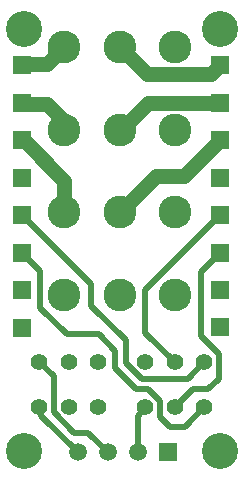
<source format=gtl>
G04*
G04 #@! TF.GenerationSoftware,Altium Limited,Altium Designer,23.0.1 (38)*
G04*
G04 Layer_Physical_Order=1*
G04 Layer_Color=255*
%FSLAX44Y44*%
%MOMM*%
G71*
G04*
G04 #@! TF.SameCoordinates,7A5085C4-4797-47AF-811B-807956FF0137*
G04*
G04*
G04 #@! TF.FilePolarity,Positive*
G04*
G01*
G75*
%ADD18C,0.5080*%
%ADD19C,1.2700*%
%ADD20R,1.5000X1.5000*%
%ADD21C,1.4000*%
%ADD22C,3.0480*%
%ADD23C,2.7750*%
%ADD24C,1.5000*%
D18*
X84823Y119996D02*
X99060Y105759D01*
X57804Y119996D02*
X84823D01*
X99060Y91440D02*
Y105759D01*
X78740Y144126D02*
Y162560D01*
Y144126D02*
X107950Y114916D01*
Y95946D02*
Y114916D01*
Y95946D02*
X121346Y82550D01*
X99060Y91440D02*
X116840Y73660D01*
X171450Y118230D02*
X186540Y103140D01*
X171450Y172720D02*
X187960Y189230D01*
X171450Y118230D02*
Y172720D01*
X36397Y51233D02*
X67310Y20320D01*
X36397Y51233D02*
Y56713D01*
X34690Y58420D02*
X36397Y56713D01*
X46770Y54256D02*
X64196Y36830D01*
X46770Y54256D02*
Y84440D01*
X64196Y36830D02*
X76200D01*
X145000Y41910D02*
X157950D01*
X136960Y49950D02*
X145000Y41910D01*
X157950D02*
X174460Y58420D01*
X116840Y73660D02*
X126870D01*
X124460Y121520D02*
X149460Y96520D01*
X124460Y157480D02*
X187960Y220980D01*
X124460Y121520D02*
Y157480D01*
X186540Y82550D02*
Y103140D01*
X164700Y73660D02*
X177650D01*
X186540Y82550D01*
X149460Y58420D02*
X164700Y73660D01*
X126870D02*
X136960Y63570D01*
Y49950D02*
Y63570D01*
X35560Y142240D02*
Y173990D01*
Y142240D02*
X57804Y119996D01*
X20320Y189230D02*
X35560Y173990D01*
X160490Y82550D02*
X174460Y96520D01*
X121346Y82550D02*
X160490D01*
X20320Y220980D02*
X78740Y162560D01*
X118110Y50984D02*
X124460Y57334D01*
X118110Y20320D02*
Y50984D01*
X124460Y57334D02*
Y58420D01*
X34690Y96520D02*
X46770Y84440D01*
X76200Y36830D02*
X92710Y20320D01*
X57276Y58420D02*
X59690D01*
D19*
X157480Y254000D02*
X186810Y283330D01*
X133350Y254000D02*
X157480D01*
X186810Y283330D02*
X186810D01*
X187960Y284480D01*
X102870Y223520D02*
X133350Y254000D01*
X41490Y315032D02*
X52990Y303531D01*
X27538Y315032D02*
X41490D01*
X52990Y296250D02*
X55870Y293370D01*
X52990Y296250D02*
Y303531D01*
X21590Y284480D02*
X55870Y250200D01*
Y223520D02*
Y250200D01*
X126763Y316230D02*
X187960D01*
X103903Y293370D02*
X126763Y316230D01*
X125635Y340455D02*
X180435D01*
X102870Y363220D02*
X125635Y340455D01*
X180435D02*
X187960Y347980D01*
X54995Y363220D02*
X55870D01*
X40905Y349130D02*
X54995Y363220D01*
X22740Y349130D02*
X40905D01*
X102870Y293370D02*
X103903D01*
D20*
X187960Y220980D02*
D03*
Y189230D02*
D03*
X20320Y157480D02*
D03*
Y347980D02*
D03*
X187960D02*
D03*
X20320Y252730D02*
D03*
Y284480D02*
D03*
Y316230D02*
D03*
X187960Y284480D02*
D03*
Y316230D02*
D03*
Y252730D02*
D03*
X20320Y125730D02*
D03*
X187960Y125984D02*
D03*
Y157480D02*
D03*
X20320Y220980D02*
D03*
Y189230D02*
D03*
X143510Y20320D02*
D03*
D21*
X124460Y96520D02*
D03*
X149460D02*
D03*
X174460D02*
D03*
X124460Y58420D02*
D03*
X149460D02*
D03*
X174460D02*
D03*
X34690D02*
D03*
X59690D02*
D03*
X84690D02*
D03*
X34690Y96520D02*
D03*
X59690D02*
D03*
X84690D02*
D03*
D22*
X187960Y378460D02*
D03*
X21590D02*
D03*
X187960Y21590D02*
D03*
X21590D02*
D03*
D23*
X55870Y363220D02*
D03*
X102870D02*
D03*
X149870D02*
D03*
X55870Y293370D02*
D03*
X102870D02*
D03*
X149870D02*
D03*
X55870Y223520D02*
D03*
X102870D02*
D03*
X55870Y153670D02*
D03*
X102870D02*
D03*
X149870D02*
D03*
Y223520D02*
D03*
D24*
X67310Y20320D02*
D03*
X92710D02*
D03*
X118110D02*
D03*
M02*

</source>
